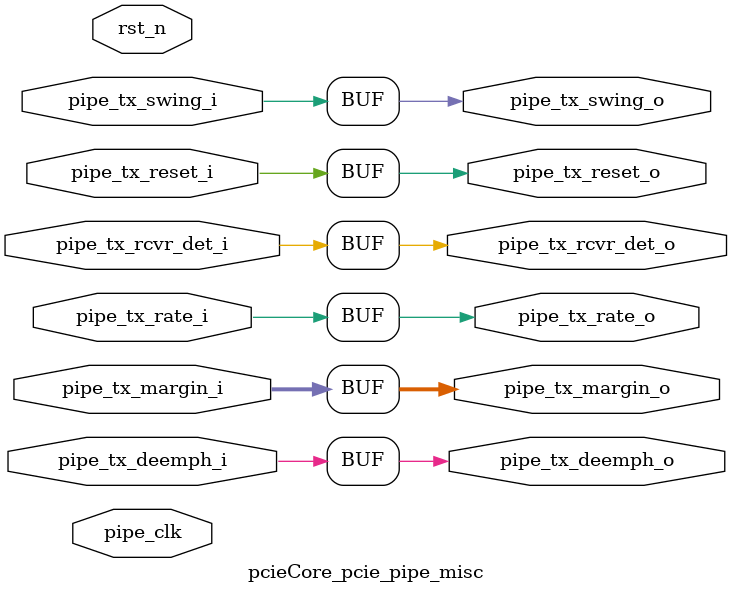
<source format=v>

`timescale 1ps/1ps

module pcieCore_pcie_pipe_misc #
(
    parameter        PIPE_PIPELINE_STAGES = 0    // 0 - 0 stages, 1 - 1 stage, 2 - 2 stages
)
(

    input   wire        pipe_tx_rcvr_det_i       ,     // PIPE Tx Receiver Detect
    input   wire        pipe_tx_reset_i          ,     // PIPE Tx Reset
    input   wire        pipe_tx_rate_i           ,     // PIPE Tx Rate
    input   wire        pipe_tx_deemph_i         ,     // PIPE Tx Deemphasis
    input   wire [2:0]  pipe_tx_margin_i         ,     // PIPE Tx Margin
    input   wire        pipe_tx_swing_i          ,     // PIPE Tx Swing

    output  wire        pipe_tx_rcvr_det_o       ,     // Pipelined PIPE Tx Receiver Detect
    output  wire        pipe_tx_reset_o          ,     // Pipelined PIPE Tx Reset
    output  wire        pipe_tx_rate_o           ,     // Pipelined PIPE Tx Rate
    output  wire        pipe_tx_deemph_o         ,     // Pipelined PIPE Tx Deemphasis
    output  wire [2:0]  pipe_tx_margin_o         ,     // Pipelined PIPE Tx Margin
    output  wire        pipe_tx_swing_o          ,     // Pipelined PIPE Tx Swing

    input   wire        pipe_clk                ,      // PIPE Clock
    input   wire        rst_n                          // Reset
);

//******************************************************************//
// Reality check.                                                   //
//******************************************************************//

    parameter TCQ  = 1;      // clock to out delay model

    generate

    if (PIPE_PIPELINE_STAGES == 0) begin : pipe_stages_0

        assign pipe_tx_rcvr_det_o = pipe_tx_rcvr_det_i;
        assign pipe_tx_reset_o  = pipe_tx_reset_i;
        assign pipe_tx_rate_o = pipe_tx_rate_i;
        assign pipe_tx_deemph_o = pipe_tx_deemph_i;
        assign pipe_tx_margin_o = pipe_tx_margin_i;
        assign pipe_tx_swing_o = pipe_tx_swing_i;

    end // if (PIPE_PIPELINE_STAGES == 0)
    else if (PIPE_PIPELINE_STAGES == 1) begin : pipe_stages_1

    reg                pipe_tx_rcvr_det_q       ;
    reg                pipe_tx_reset_q          ;
    reg                pipe_tx_rate_q           ;
    reg                pipe_tx_deemph_q         ;
    reg [2:0]          pipe_tx_margin_q         ;
    reg                pipe_tx_swing_q          ;

        always @(posedge pipe_clk) begin

        if (rst_n)
        begin

            pipe_tx_rcvr_det_q <= #TCQ 0;
            pipe_tx_reset_q  <= #TCQ 1'b1;
            pipe_tx_rate_q <= #TCQ 0;
            pipe_tx_deemph_q <= #TCQ 1'b1;
            pipe_tx_margin_q <= #TCQ 0;
            pipe_tx_swing_q <= #TCQ 0;

        end
        else
        begin

            pipe_tx_rcvr_det_q <= #TCQ pipe_tx_rcvr_det_i;
            pipe_tx_reset_q  <= #TCQ pipe_tx_reset_i;
            pipe_tx_rate_q <= #TCQ pipe_tx_rate_i;
            pipe_tx_deemph_q <= #TCQ pipe_tx_deemph_i;
            pipe_tx_margin_q <= #TCQ pipe_tx_margin_i;
            pipe_tx_swing_q <= #TCQ pipe_tx_swing_i;

          end

        end

        assign pipe_tx_rcvr_det_o = pipe_tx_rcvr_det_q;
        assign pipe_tx_reset_o  = pipe_tx_reset_q;
        assign pipe_tx_rate_o = pipe_tx_rate_q;
        assign pipe_tx_deemph_o = pipe_tx_deemph_q;
        assign pipe_tx_margin_o = pipe_tx_margin_q;
        assign pipe_tx_swing_o = pipe_tx_swing_q;

    end // if (PIPE_PIPELINE_STAGES == 1)
    else if (PIPE_PIPELINE_STAGES == 2) begin : pipe_stages_2

    reg                pipe_tx_rcvr_det_q       ;
    reg                pipe_tx_reset_q          ;
    reg                pipe_tx_rate_q           ;
    reg                pipe_tx_deemph_q         ;
    reg [2:0]          pipe_tx_margin_q         ;
    reg                pipe_tx_swing_q          ;

    reg                pipe_tx_rcvr_det_qq      ;
    reg                pipe_tx_reset_qq         ;
    reg                pipe_tx_rate_qq          ;
    reg                pipe_tx_deemph_qq        ;
    reg [2:0]          pipe_tx_margin_qq        ;
    reg                pipe_tx_swing_qq         ;

        always @(posedge pipe_clk) begin

        if (rst_n)
        begin

            pipe_tx_rcvr_det_q <= #TCQ 0;
            pipe_tx_reset_q  <= #TCQ 1'b1;
            pipe_tx_rate_q <= #TCQ 0;
            pipe_tx_deemph_q <= #TCQ 1'b1;
            pipe_tx_margin_q <= #TCQ 0;
            pipe_tx_swing_q <= #TCQ 0;

            pipe_tx_rcvr_det_qq <= #TCQ 0;
            pipe_tx_reset_qq  <= #TCQ 1'b1;
            pipe_tx_rate_qq <= #TCQ 0;
            pipe_tx_deemph_qq <= #TCQ 1'b1;
            pipe_tx_margin_qq <= #TCQ 0;
            pipe_tx_swing_qq <= #TCQ 0;

        end
        else
        begin

            pipe_tx_rcvr_det_q <= #TCQ pipe_tx_rcvr_det_i;
            pipe_tx_reset_q  <= #TCQ pipe_tx_reset_i;
            pipe_tx_rate_q <= #TCQ pipe_tx_rate_i;
            pipe_tx_deemph_q <= #TCQ pipe_tx_deemph_i;
            pipe_tx_margin_q <= #TCQ pipe_tx_margin_i;
            pipe_tx_swing_q <= #TCQ pipe_tx_swing_i;

            pipe_tx_rcvr_det_qq <= #TCQ pipe_tx_rcvr_det_q;
            pipe_tx_reset_qq  <= #TCQ pipe_tx_reset_q;
            pipe_tx_rate_qq <= #TCQ pipe_tx_rate_q;
            pipe_tx_deemph_qq <= #TCQ pipe_tx_deemph_q;
            pipe_tx_margin_qq <= #TCQ pipe_tx_margin_q;
            pipe_tx_swing_qq <= #TCQ pipe_tx_swing_q;

          end

        end

        assign pipe_tx_rcvr_det_o = pipe_tx_rcvr_det_qq;
        assign pipe_tx_reset_o  = pipe_tx_reset_qq;
        assign pipe_tx_rate_o = pipe_tx_rate_qq;
        assign pipe_tx_deemph_o = pipe_tx_deemph_qq;
        assign pipe_tx_margin_o = pipe_tx_margin_qq;
        assign pipe_tx_swing_o = pipe_tx_swing_qq;

    end // if (PIPE_PIPELINE_STAGES == 2)

    endgenerate

endmodule


</source>
